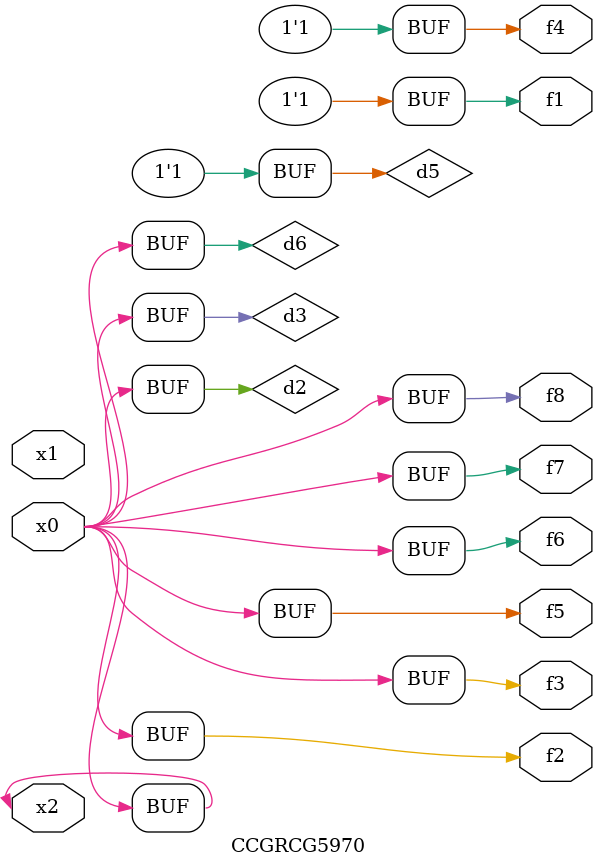
<source format=v>
module CCGRCG5970(
	input x0, x1, x2,
	output f1, f2, f3, f4, f5, f6, f7, f8
);

	wire d1, d2, d3, d4, d5, d6;

	xnor (d1, x2);
	buf (d2, x0, x2);
	and (d3, x0);
	xnor (d4, x1, x2);
	nand (d5, d1, d3);
	buf (d6, d2, d3);
	assign f1 = d5;
	assign f2 = d6;
	assign f3 = d6;
	assign f4 = d5;
	assign f5 = d6;
	assign f6 = d6;
	assign f7 = d6;
	assign f8 = d6;
endmodule

</source>
